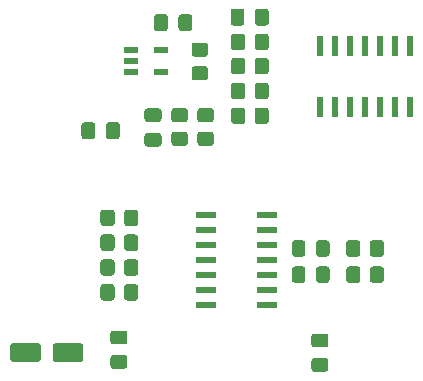
<source format=gbr>
%TF.GenerationSoftware,KiCad,Pcbnew,(5.1.8-0-10_14)*%
%TF.CreationDate,2020-12-27T09:31:58+11:00*%
%TF.ProjectId,Open-JIP(KiCad)_T3.6,4f70656e-2d4a-4495-9028-4b6943616429,rev?*%
%TF.SameCoordinates,Original*%
%TF.FileFunction,Paste,Top*%
%TF.FilePolarity,Positive*%
%FSLAX46Y46*%
G04 Gerber Fmt 4.6, Leading zero omitted, Abs format (unit mm)*
G04 Created by KiCad (PCBNEW (5.1.8-0-10_14)) date 2020-12-27 09:31:58*
%MOMM*%
%LPD*%
G01*
G04 APERTURE LIST*
%ADD10R,1.701800X0.533400*%
%ADD11R,0.533400X1.701800*%
%ADD12R,1.210000X0.590000*%
G04 APERTURE END LIST*
%TO.C,R13*%
G36*
G01*
X173606000Y-98355999D02*
X173606000Y-99256001D01*
G75*
G02*
X173356001Y-99506000I-249999J0D01*
G01*
X172655999Y-99506000D01*
G75*
G02*
X172406000Y-99256001I0J249999D01*
G01*
X172406000Y-98355999D01*
G75*
G02*
X172655999Y-98106000I249999J0D01*
G01*
X173356001Y-98106000D01*
G75*
G02*
X173606000Y-98355999I0J-249999D01*
G01*
G37*
G36*
G01*
X175606000Y-98355999D02*
X175606000Y-99256001D01*
G75*
G02*
X175356001Y-99506000I-249999J0D01*
G01*
X174655999Y-99506000D01*
G75*
G02*
X174406000Y-99256001I0J249999D01*
G01*
X174406000Y-98355999D01*
G75*
G02*
X174655999Y-98106000I249999J0D01*
G01*
X175356001Y-98106000D01*
G75*
G02*
X175606000Y-98355999I0J-249999D01*
G01*
G37*
%TD*%
%TO.C,D3*%
G36*
G01*
X169859000Y-99256001D02*
X169859000Y-98355999D01*
G75*
G02*
X170108999Y-98106000I249999J0D01*
G01*
X170759001Y-98106000D01*
G75*
G02*
X171009000Y-98355999I0J-249999D01*
G01*
X171009000Y-99256001D01*
G75*
G02*
X170759001Y-99506000I-249999J0D01*
G01*
X170108999Y-99506000D01*
G75*
G02*
X169859000Y-99256001I0J249999D01*
G01*
G37*
G36*
G01*
X167809000Y-99256001D02*
X167809000Y-98355999D01*
G75*
G02*
X168058999Y-98106000I249999J0D01*
G01*
X168709001Y-98106000D01*
G75*
G02*
X168959000Y-98355999I0J-249999D01*
G01*
X168959000Y-99256001D01*
G75*
G02*
X168709001Y-99506000I-249999J0D01*
G01*
X168058999Y-99506000D01*
G75*
G02*
X167809000Y-99256001I0J249999D01*
G01*
G37*
%TD*%
%TO.C,C1*%
G36*
G01*
X152066500Y-87089000D02*
X152066500Y-86139000D01*
G75*
G02*
X152316500Y-85889000I250000J0D01*
G01*
X152991500Y-85889000D01*
G75*
G02*
X153241500Y-86139000I0J-250000D01*
G01*
X153241500Y-87089000D01*
G75*
G02*
X152991500Y-87339000I-250000J0D01*
G01*
X152316500Y-87339000D01*
G75*
G02*
X152066500Y-87089000I0J250000D01*
G01*
G37*
G36*
G01*
X149991500Y-87089000D02*
X149991500Y-86139000D01*
G75*
G02*
X150241500Y-85889000I250000J0D01*
G01*
X150916500Y-85889000D01*
G75*
G02*
X151166500Y-86139000I0J-250000D01*
G01*
X151166500Y-87089000D01*
G75*
G02*
X150916500Y-87339000I-250000J0D01*
G01*
X150241500Y-87339000D01*
G75*
G02*
X149991500Y-87089000I0J250000D01*
G01*
G37*
%TD*%
%TO.C,C2*%
G36*
G01*
X170655000Y-107035000D02*
X169705000Y-107035000D01*
G75*
G02*
X169455000Y-106785000I0J250000D01*
G01*
X169455000Y-106110000D01*
G75*
G02*
X169705000Y-105860000I250000J0D01*
G01*
X170655000Y-105860000D01*
G75*
G02*
X170905000Y-106110000I0J-250000D01*
G01*
X170905000Y-106785000D01*
G75*
G02*
X170655000Y-107035000I-250000J0D01*
G01*
G37*
G36*
G01*
X170655000Y-104960000D02*
X169705000Y-104960000D01*
G75*
G02*
X169455000Y-104710000I0J250000D01*
G01*
X169455000Y-104035000D01*
G75*
G02*
X169705000Y-103785000I250000J0D01*
G01*
X170655000Y-103785000D01*
G75*
G02*
X170905000Y-104035000I0J-250000D01*
G01*
X170905000Y-104710000D01*
G75*
G02*
X170655000Y-104960000I-250000J0D01*
G01*
G37*
%TD*%
%TO.C,C3*%
G36*
G01*
X162612500Y-77475000D02*
X162612500Y-76525000D01*
G75*
G02*
X162862500Y-76275000I250000J0D01*
G01*
X163537500Y-76275000D01*
G75*
G02*
X163787500Y-76525000I0J-250000D01*
G01*
X163787500Y-77475000D01*
G75*
G02*
X163537500Y-77725000I-250000J0D01*
G01*
X162862500Y-77725000D01*
G75*
G02*
X162612500Y-77475000I0J250000D01*
G01*
G37*
G36*
G01*
X164687500Y-77475000D02*
X164687500Y-76525000D01*
G75*
G02*
X164937500Y-76275000I250000J0D01*
G01*
X165612500Y-76275000D01*
G75*
G02*
X165862500Y-76525000I0J-250000D01*
G01*
X165862500Y-77475000D01*
G75*
G02*
X165612500Y-77725000I-250000J0D01*
G01*
X164937500Y-77725000D01*
G75*
G02*
X164687500Y-77475000I0J250000D01*
G01*
G37*
%TD*%
%TO.C,C4*%
G36*
G01*
X152687000Y-105606000D02*
X153637000Y-105606000D01*
G75*
G02*
X153887000Y-105856000I0J-250000D01*
G01*
X153887000Y-106531000D01*
G75*
G02*
X153637000Y-106781000I-250000J0D01*
G01*
X152687000Y-106781000D01*
G75*
G02*
X152437000Y-106531000I0J250000D01*
G01*
X152437000Y-105856000D01*
G75*
G02*
X152687000Y-105606000I250000J0D01*
G01*
G37*
G36*
G01*
X152687000Y-103531000D02*
X153637000Y-103531000D01*
G75*
G02*
X153887000Y-103781000I0J-250000D01*
G01*
X153887000Y-104456000D01*
G75*
G02*
X153637000Y-104706000I-250000J0D01*
G01*
X152687000Y-104706000D01*
G75*
G02*
X152437000Y-104456000I0J250000D01*
G01*
X152437000Y-103781000D01*
G75*
G02*
X152687000Y-103531000I250000J0D01*
G01*
G37*
%TD*%
%TO.C,C5*%
G36*
G01*
X156525000Y-85887500D02*
X155575000Y-85887500D01*
G75*
G02*
X155325000Y-85637500I0J250000D01*
G01*
X155325000Y-84962500D01*
G75*
G02*
X155575000Y-84712500I250000J0D01*
G01*
X156525000Y-84712500D01*
G75*
G02*
X156775000Y-84962500I0J-250000D01*
G01*
X156775000Y-85637500D01*
G75*
G02*
X156525000Y-85887500I-250000J0D01*
G01*
G37*
G36*
G01*
X156525000Y-87962500D02*
X155575000Y-87962500D01*
G75*
G02*
X155325000Y-87712500I0J250000D01*
G01*
X155325000Y-87037500D01*
G75*
G02*
X155575000Y-86787500I250000J0D01*
G01*
X156525000Y-86787500D01*
G75*
G02*
X156775000Y-87037500I0J-250000D01*
G01*
X156775000Y-87712500D01*
G75*
G02*
X156525000Y-87962500I-250000J0D01*
G01*
G37*
%TD*%
%TO.C,C6*%
G36*
G01*
X159380500Y-76995000D02*
X159380500Y-77945000D01*
G75*
G02*
X159130500Y-78195000I-250000J0D01*
G01*
X158455500Y-78195000D01*
G75*
G02*
X158205500Y-77945000I0J250000D01*
G01*
X158205500Y-76995000D01*
G75*
G02*
X158455500Y-76745000I250000J0D01*
G01*
X159130500Y-76745000D01*
G75*
G02*
X159380500Y-76995000I0J-250000D01*
G01*
G37*
G36*
G01*
X157305500Y-76995000D02*
X157305500Y-77945000D01*
G75*
G02*
X157055500Y-78195000I-250000J0D01*
G01*
X156380500Y-78195000D01*
G75*
G02*
X156130500Y-77945000I0J250000D01*
G01*
X156130500Y-76995000D01*
G75*
G02*
X156380500Y-76745000I250000J0D01*
G01*
X157055500Y-76745000D01*
G75*
G02*
X157305500Y-76995000I0J-250000D01*
G01*
G37*
%TD*%
%TO.C,C7*%
G36*
G01*
X143950000Y-105950000D02*
X143950000Y-104850000D01*
G75*
G02*
X144200000Y-104600000I250000J0D01*
G01*
X146300000Y-104600000D01*
G75*
G02*
X146550000Y-104850000I0J-250000D01*
G01*
X146550000Y-105950000D01*
G75*
G02*
X146300000Y-106200000I-250000J0D01*
G01*
X144200000Y-106200000D01*
G75*
G02*
X143950000Y-105950000I0J250000D01*
G01*
G37*
G36*
G01*
X147550000Y-105950000D02*
X147550000Y-104850000D01*
G75*
G02*
X147800000Y-104600000I250000J0D01*
G01*
X149900000Y-104600000D01*
G75*
G02*
X150150000Y-104850000I0J-250000D01*
G01*
X150150000Y-105950000D01*
G75*
G02*
X149900000Y-106200000I-250000J0D01*
G01*
X147800000Y-106200000D01*
G75*
G02*
X147550000Y-105950000I0J250000D01*
G01*
G37*
%TD*%
%TO.C,D2*%
G36*
G01*
X167809000Y-97036001D02*
X167809000Y-96135999D01*
G75*
G02*
X168058999Y-95886000I249999J0D01*
G01*
X168709001Y-95886000D01*
G75*
G02*
X168959000Y-96135999I0J-249999D01*
G01*
X168959000Y-97036001D01*
G75*
G02*
X168709001Y-97286000I-249999J0D01*
G01*
X168058999Y-97286000D01*
G75*
G02*
X167809000Y-97036001I0J249999D01*
G01*
G37*
G36*
G01*
X169859000Y-97036001D02*
X169859000Y-96135999D01*
G75*
G02*
X170108999Y-95886000I249999J0D01*
G01*
X170759001Y-95886000D01*
G75*
G02*
X171009000Y-96135999I0J-249999D01*
G01*
X171009000Y-97036001D01*
G75*
G02*
X170759001Y-97286000I-249999J0D01*
G01*
X170108999Y-97286000D01*
G75*
G02*
X169859000Y-97036001I0J249999D01*
G01*
G37*
%TD*%
%TO.C,R1*%
G36*
G01*
X160470001Y-82356000D02*
X159569999Y-82356000D01*
G75*
G02*
X159320000Y-82106001I0J249999D01*
G01*
X159320000Y-81405999D01*
G75*
G02*
X159569999Y-81156000I249999J0D01*
G01*
X160470001Y-81156000D01*
G75*
G02*
X160720000Y-81405999I0J-249999D01*
G01*
X160720000Y-82106001D01*
G75*
G02*
X160470001Y-82356000I-249999J0D01*
G01*
G37*
G36*
G01*
X160470001Y-80356000D02*
X159569999Y-80356000D01*
G75*
G02*
X159320000Y-80106001I0J249999D01*
G01*
X159320000Y-79405999D01*
G75*
G02*
X159569999Y-79156000I249999J0D01*
G01*
X160470001Y-79156000D01*
G75*
G02*
X160720000Y-79405999I0J-249999D01*
G01*
X160720000Y-80106001D01*
G75*
G02*
X160470001Y-80356000I-249999J0D01*
G01*
G37*
%TD*%
%TO.C,R2*%
G36*
G01*
X158750001Y-85900000D02*
X157849999Y-85900000D01*
G75*
G02*
X157600000Y-85650001I0J249999D01*
G01*
X157600000Y-84949999D01*
G75*
G02*
X157849999Y-84700000I249999J0D01*
G01*
X158750001Y-84700000D01*
G75*
G02*
X159000000Y-84949999I0J-249999D01*
G01*
X159000000Y-85650001D01*
G75*
G02*
X158750001Y-85900000I-249999J0D01*
G01*
G37*
G36*
G01*
X158750001Y-87900000D02*
X157849999Y-87900000D01*
G75*
G02*
X157600000Y-87650001I0J249999D01*
G01*
X157600000Y-86949999D01*
G75*
G02*
X157849999Y-86700000I249999J0D01*
G01*
X158750001Y-86700000D01*
G75*
G02*
X159000000Y-86949999I0J-249999D01*
G01*
X159000000Y-87650001D01*
G75*
G02*
X158750001Y-87900000I-249999J0D01*
G01*
G37*
%TD*%
%TO.C,R3*%
G36*
G01*
X162650000Y-85800001D02*
X162650000Y-84899999D01*
G75*
G02*
X162899999Y-84650000I249999J0D01*
G01*
X163600001Y-84650000D01*
G75*
G02*
X163850000Y-84899999I0J-249999D01*
G01*
X163850000Y-85800001D01*
G75*
G02*
X163600001Y-86050000I-249999J0D01*
G01*
X162899999Y-86050000D01*
G75*
G02*
X162650000Y-85800001I0J249999D01*
G01*
G37*
G36*
G01*
X164650000Y-85800001D02*
X164650000Y-84899999D01*
G75*
G02*
X164899999Y-84650000I249999J0D01*
G01*
X165600001Y-84650000D01*
G75*
G02*
X165850000Y-84899999I0J-249999D01*
G01*
X165850000Y-85800001D01*
G75*
G02*
X165600001Y-86050000I-249999J0D01*
G01*
X164899999Y-86050000D01*
G75*
G02*
X164650000Y-85800001I0J249999D01*
G01*
G37*
%TD*%
%TO.C,R4*%
G36*
G01*
X153600000Y-100750001D02*
X153600000Y-99849999D01*
G75*
G02*
X153849999Y-99600000I249999J0D01*
G01*
X154550001Y-99600000D01*
G75*
G02*
X154800000Y-99849999I0J-249999D01*
G01*
X154800000Y-100750001D01*
G75*
G02*
X154550001Y-101000000I-249999J0D01*
G01*
X153849999Y-101000000D01*
G75*
G02*
X153600000Y-100750001I0J249999D01*
G01*
G37*
G36*
G01*
X151600000Y-100750001D02*
X151600000Y-99849999D01*
G75*
G02*
X151849999Y-99600000I249999J0D01*
G01*
X152550001Y-99600000D01*
G75*
G02*
X152800000Y-99849999I0J-249999D01*
G01*
X152800000Y-100750001D01*
G75*
G02*
X152550001Y-101000000I-249999J0D01*
G01*
X151849999Y-101000000D01*
G75*
G02*
X151600000Y-100750001I0J249999D01*
G01*
G37*
%TD*%
%TO.C,R5*%
G36*
G01*
X164650000Y-83700001D02*
X164650000Y-82799999D01*
G75*
G02*
X164899999Y-82550000I249999J0D01*
G01*
X165600001Y-82550000D01*
G75*
G02*
X165850000Y-82799999I0J-249999D01*
G01*
X165850000Y-83700001D01*
G75*
G02*
X165600001Y-83950000I-249999J0D01*
G01*
X164899999Y-83950000D01*
G75*
G02*
X164650000Y-83700001I0J249999D01*
G01*
G37*
G36*
G01*
X162650000Y-83700001D02*
X162650000Y-82799999D01*
G75*
G02*
X162899999Y-82550000I249999J0D01*
G01*
X163600001Y-82550000D01*
G75*
G02*
X163850000Y-82799999I0J-249999D01*
G01*
X163850000Y-83700001D01*
G75*
G02*
X163600001Y-83950000I-249999J0D01*
G01*
X162899999Y-83950000D01*
G75*
G02*
X162650000Y-83700001I0J249999D01*
G01*
G37*
%TD*%
%TO.C,R6*%
G36*
G01*
X151600000Y-98650001D02*
X151600000Y-97749999D01*
G75*
G02*
X151849999Y-97500000I249999J0D01*
G01*
X152550001Y-97500000D01*
G75*
G02*
X152800000Y-97749999I0J-249999D01*
G01*
X152800000Y-98650001D01*
G75*
G02*
X152550001Y-98900000I-249999J0D01*
G01*
X151849999Y-98900000D01*
G75*
G02*
X151600000Y-98650001I0J249999D01*
G01*
G37*
G36*
G01*
X153600000Y-98650001D02*
X153600000Y-97749999D01*
G75*
G02*
X153849999Y-97500000I249999J0D01*
G01*
X154550001Y-97500000D01*
G75*
G02*
X154800000Y-97749999I0J-249999D01*
G01*
X154800000Y-98650001D01*
G75*
G02*
X154550001Y-98900000I-249999J0D01*
G01*
X153849999Y-98900000D01*
G75*
G02*
X153600000Y-98650001I0J249999D01*
G01*
G37*
%TD*%
%TO.C,R7*%
G36*
G01*
X160950001Y-87900000D02*
X160049999Y-87900000D01*
G75*
G02*
X159800000Y-87650001I0J249999D01*
G01*
X159800000Y-86949999D01*
G75*
G02*
X160049999Y-86700000I249999J0D01*
G01*
X160950001Y-86700000D01*
G75*
G02*
X161200000Y-86949999I0J-249999D01*
G01*
X161200000Y-87650001D01*
G75*
G02*
X160950001Y-87900000I-249999J0D01*
G01*
G37*
G36*
G01*
X160950001Y-85900000D02*
X160049999Y-85900000D01*
G75*
G02*
X159800000Y-85650001I0J249999D01*
G01*
X159800000Y-84949999D01*
G75*
G02*
X160049999Y-84700000I249999J0D01*
G01*
X160950001Y-84700000D01*
G75*
G02*
X161200000Y-84949999I0J-249999D01*
G01*
X161200000Y-85650001D01*
G75*
G02*
X160950001Y-85900000I-249999J0D01*
G01*
G37*
%TD*%
%TO.C,R8*%
G36*
G01*
X162650000Y-81600001D02*
X162650000Y-80699999D01*
G75*
G02*
X162899999Y-80450000I249999J0D01*
G01*
X163600001Y-80450000D01*
G75*
G02*
X163850000Y-80699999I0J-249999D01*
G01*
X163850000Y-81600001D01*
G75*
G02*
X163600001Y-81850000I-249999J0D01*
G01*
X162899999Y-81850000D01*
G75*
G02*
X162650000Y-81600001I0J249999D01*
G01*
G37*
G36*
G01*
X164650000Y-81600001D02*
X164650000Y-80699999D01*
G75*
G02*
X164899999Y-80450000I249999J0D01*
G01*
X165600001Y-80450000D01*
G75*
G02*
X165850000Y-80699999I0J-249999D01*
G01*
X165850000Y-81600001D01*
G75*
G02*
X165600001Y-81850000I-249999J0D01*
G01*
X164899999Y-81850000D01*
G75*
G02*
X164650000Y-81600001I0J249999D01*
G01*
G37*
%TD*%
%TO.C,R9*%
G36*
G01*
X151600000Y-96550001D02*
X151600000Y-95649999D01*
G75*
G02*
X151849999Y-95400000I249999J0D01*
G01*
X152550001Y-95400000D01*
G75*
G02*
X152800000Y-95649999I0J-249999D01*
G01*
X152800000Y-96550001D01*
G75*
G02*
X152550001Y-96800000I-249999J0D01*
G01*
X151849999Y-96800000D01*
G75*
G02*
X151600000Y-96550001I0J249999D01*
G01*
G37*
G36*
G01*
X153600000Y-96550001D02*
X153600000Y-95649999D01*
G75*
G02*
X153849999Y-95400000I249999J0D01*
G01*
X154550001Y-95400000D01*
G75*
G02*
X154800000Y-95649999I0J-249999D01*
G01*
X154800000Y-96550001D01*
G75*
G02*
X154550001Y-96800000I-249999J0D01*
G01*
X153849999Y-96800000D01*
G75*
G02*
X153600000Y-96550001I0J249999D01*
G01*
G37*
%TD*%
%TO.C,R10*%
G36*
G01*
X164650000Y-79550001D02*
X164650000Y-78649999D01*
G75*
G02*
X164899999Y-78400000I249999J0D01*
G01*
X165600001Y-78400000D01*
G75*
G02*
X165850000Y-78649999I0J-249999D01*
G01*
X165850000Y-79550001D01*
G75*
G02*
X165600001Y-79800000I-249999J0D01*
G01*
X164899999Y-79800000D01*
G75*
G02*
X164650000Y-79550001I0J249999D01*
G01*
G37*
G36*
G01*
X162650000Y-79550001D02*
X162650000Y-78649999D01*
G75*
G02*
X162899999Y-78400000I249999J0D01*
G01*
X163600001Y-78400000D01*
G75*
G02*
X163850000Y-78649999I0J-249999D01*
G01*
X163850000Y-79550001D01*
G75*
G02*
X163600001Y-79800000I-249999J0D01*
G01*
X162899999Y-79800000D01*
G75*
G02*
X162650000Y-79550001I0J249999D01*
G01*
G37*
%TD*%
%TO.C,R11*%
G36*
G01*
X153600000Y-94450001D02*
X153600000Y-93549999D01*
G75*
G02*
X153849999Y-93300000I249999J0D01*
G01*
X154550001Y-93300000D01*
G75*
G02*
X154800000Y-93549999I0J-249999D01*
G01*
X154800000Y-94450001D01*
G75*
G02*
X154550001Y-94700000I-249999J0D01*
G01*
X153849999Y-94700000D01*
G75*
G02*
X153600000Y-94450001I0J249999D01*
G01*
G37*
G36*
G01*
X151600000Y-94450001D02*
X151600000Y-93549999D01*
G75*
G02*
X151849999Y-93300000I249999J0D01*
G01*
X152550001Y-93300000D01*
G75*
G02*
X152800000Y-93549999I0J-249999D01*
G01*
X152800000Y-94450001D01*
G75*
G02*
X152550001Y-94700000I-249999J0D01*
G01*
X151849999Y-94700000D01*
G75*
G02*
X151600000Y-94450001I0J249999D01*
G01*
G37*
%TD*%
%TO.C,R12*%
G36*
G01*
X173606000Y-96135999D02*
X173606000Y-97036001D01*
G75*
G02*
X173356001Y-97286000I-249999J0D01*
G01*
X172655999Y-97286000D01*
G75*
G02*
X172406000Y-97036001I0J249999D01*
G01*
X172406000Y-96135999D01*
G75*
G02*
X172655999Y-95886000I249999J0D01*
G01*
X173356001Y-95886000D01*
G75*
G02*
X173606000Y-96135999I0J-249999D01*
G01*
G37*
G36*
G01*
X175606000Y-96135999D02*
X175606000Y-97036001D01*
G75*
G02*
X175356001Y-97286000I-249999J0D01*
G01*
X174655999Y-97286000D01*
G75*
G02*
X174406000Y-97036001I0J249999D01*
G01*
X174406000Y-96135999D01*
G75*
G02*
X174655999Y-95886000I249999J0D01*
G01*
X175356001Y-95886000D01*
G75*
G02*
X175606000Y-96135999I0J-249999D01*
G01*
G37*
%TD*%
D10*
%TO.C,U1*%
X160559200Y-93740000D03*
X160559200Y-95010000D03*
X160559200Y-96280000D03*
X160559200Y-97550000D03*
X160559200Y-98820000D03*
X160559200Y-100090000D03*
X160559200Y-101360000D03*
X165740800Y-101360000D03*
X165740800Y-100090000D03*
X165740800Y-98820000D03*
X165740800Y-97550000D03*
X165740800Y-96280000D03*
X165740800Y-95010000D03*
X165740800Y-93740000D03*
%TD*%
D11*
%TO.C,U2*%
X177800000Y-84632800D03*
X176530000Y-84632800D03*
X175260000Y-84632800D03*
X173990000Y-84632800D03*
X172720000Y-84632800D03*
X171450000Y-84632800D03*
X170180000Y-84632800D03*
X170180000Y-79451200D03*
X171450000Y-79451200D03*
X172720000Y-79451200D03*
X173990000Y-79451200D03*
X175260000Y-79451200D03*
X176530000Y-79451200D03*
X177800000Y-79451200D03*
%TD*%
D12*
%TO.C,U4*%
X154178000Y-79756000D03*
X154178000Y-80706000D03*
X154178000Y-81656000D03*
X156688000Y-81656000D03*
X156688000Y-79756000D03*
%TD*%
M02*

</source>
